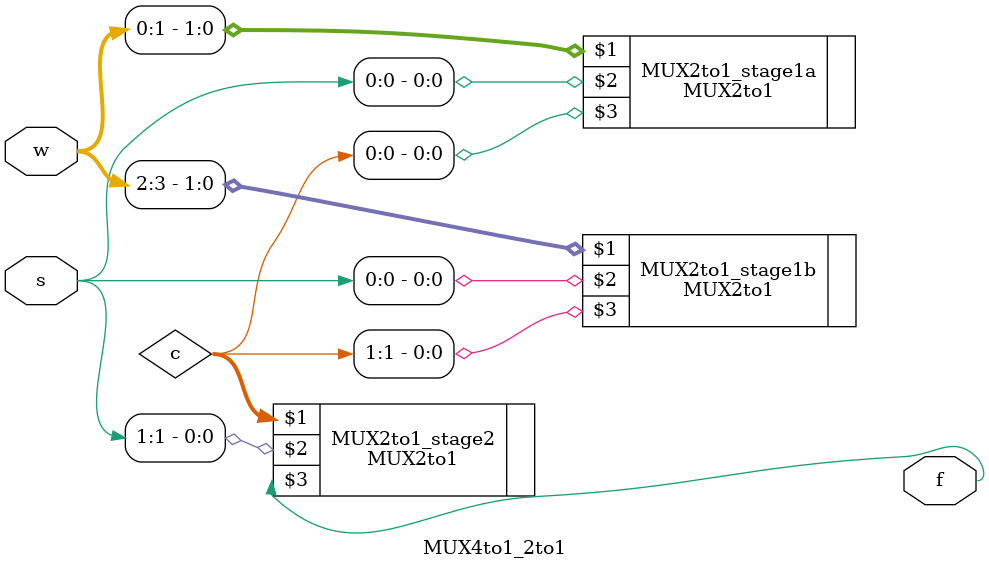
<source format=v>
`include "MUX2to1.v"

module MUX4to1_2to1(w,s,f);

input[0:3] w;
input [1:0] s;
output f;
wire [0:1] c;

MUX2to1 MUX2to1_stage1a(w[0:1],s[0],c[0]);
MUX2to1 MUX2to1_stage1b(w[2:3],s[0],c[1]);

MUX2to1 MUX2to1_stage2(c,s[1],f);

endmodule


</source>
